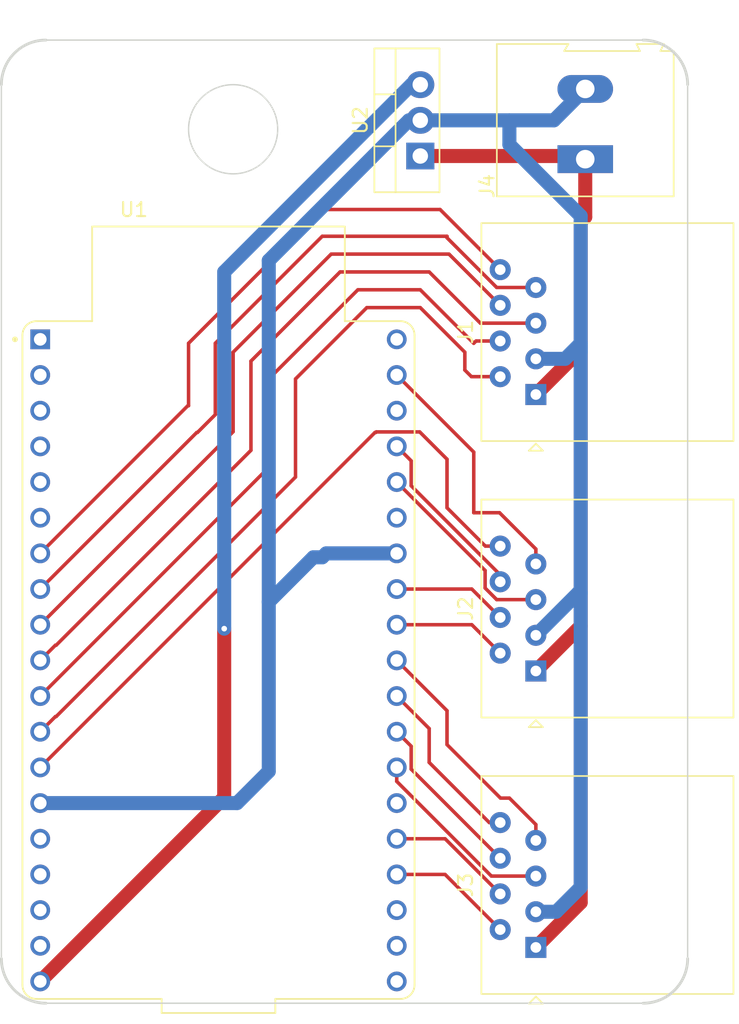
<source format=kicad_pcb>
(kicad_pcb (version 20221018) (generator pcbnew)
  (layers (0 "F.Cu" signal) (31 "B.Cu" signal) (34 "B.Paste" user) (35 "F.Paste" user) (36 "B.SilkS" user "B.Silkscreen") (37 "F.SilkS" user "F.Silkscreen") (38 "B.Mask" user) (39 "F.Mask" user) (44 "Edge.Cuts" user))
  (net 0 "")
  (net 1 "+9V")
  (net 2 "GND")
  (net 3 "/GPIO32")
  (net 4 "/GPIO33")
  (net 5 "/GPIO25")
  (net 6 "/GPIO26")
  (net 7 "/GPIO27")
  (net 8 "/GPIO14")
  (net 9 "/GPIO12")
  (net 10 "/GPIO23")
  (net 11 "/GPIO1")
  (net 12 "/GPIO3")
  (net 13 "/GPIO19")
  (net 14 "/GPIO18")
  (net 15 "/GPIO5")
  (net 16 "/GPIO17")
  (net 17 "/GPIO16")
  (net 18 "/GPIO4")
  (net 19 "/GPIO2")
  (net 20 "/GPIO15")
  (net 21 "+5V")
  (footprint "Connector_RJ:RJ45_Amphenol_54602-x08_Horizontal" (layer "F.Cu") (at 170.16 117.9475 90)
    (fp_text reference "J3" (at 4.445 -5 90) (layer "F.SilkS"))
    (fp_text value "8P8C")
    (fp_line (start -4 -0.5) (end -4 0.5) (stroke (width 0.12)) (layer "F.SilkS"))
    (fp_line (start -4 0.5) (end -3.5 0) (stroke (width 0.12)) (layer "F.SilkS"))
    (fp_line (start -3.5 0) (end -4 -0.5) (stroke (width 0.12)) (layer "F.SilkS"))
    (fp_line (start -3.315 -3.88) (end -3.315 14.08) (stroke (width 0.12)) (layer "F.SilkS"))
    (fp_line (start -3.315 14.08) (end 12.205 14.08) (stroke (width 0.12)) (layer "F.SilkS"))
    (fp_line (start 12.205 -3.88) (end -3.315 -3.88) (stroke (width 0.12)) (layer "F.SilkS"))
    (fp_line (start 12.205 -3.88) (end 12.205 14.08) (stroke (width 0.12)) (layer "F.SilkS"))
    (pad "" np_thru_hole circle (at -1.27 6.35 90) (size 3.2 3.2) (drill 3.2) (layers "*.Cu" "*.Mask"))
    (pad "" np_thru_hole circle (at 10.16 6.35 90) (size 3.2 3.2) (drill 3.2) (layers "*.Cu" "*.Mask"))
    (pad "1" thru_hole rect (at 0 0 90) (size 1.5 1.5) (drill 0.76) (layers "*.Cu" "*.Mask") (net 1 "+9V"))
    (pad "2" thru_hole circle (at 1.27 -2.54 90) (size 1.5 1.5) (drill 0.76) (layers "*.Cu" "*.Mask") (net 20 "/GPIO15"))
    (pad "3" thru_hole circle (at 2.54 0 90) (size 1.5 1.5) (drill 0.76) (layers "*.Cu" "*.Mask") (net 2 "GND"))
    (pad "4" thru_hole circle (at 3.81 -2.54 90) (size 1.5 1.5) (drill 0.76) (layers "*.Cu" "*.Mask") (net 19 "/GPIO2"))
    (pad "5" thru_hole circle (at 5.08 0 90) (size 1.5 1.5) (drill 0.76) (layers "*.Cu" "*.Mask") (net 18 "/GPIO4"))
    (pad "6" thru_hole circle (at 6.35 -2.54 90) (size 1.5 1.5) (drill 0.76) (layers "*.Cu" "*.Mask") (net 17 "/GPIO16"))
    (pad "7" thru_hole circle (at 7.62 0 90) (size 1.5 1.5) (drill 0.76) (layers "*.Cu" "*.Mask") (net 15 "/GPIO5"))
    (pad "8" thru_hole circle (at 8.89 -2.54 90) (size 1.5 1.5) (drill 0.76) (layers "*.Cu" "*.Mask") (net 16 "/GPIO17"))
  )
  (footprint "Connector_RJ:RJ45_Amphenol_54602-x08_Horizontal" (layer "F.Cu") (at 170.16 78.5775 90)
    (fp_text reference "J1" (at 4.445 -5 90) (layer "F.SilkS"))
    (fp_text value "8P8C")
    (fp_line (start -4 -0.5) (end -4 0.5) (stroke (width 0.12)) (layer "F.SilkS"))
    (fp_line (start -4 0.5) (end -3.5 0) (stroke (width 0.12)) (layer "F.SilkS"))
    (fp_line (start -3.5 0) (end -4 -0.5) (stroke (width 0.12)) (layer "F.SilkS"))
    (fp_line (start -3.315 -3.88) (end -3.315 14.08) (stroke (width 0.12)) (layer "F.SilkS"))
    (fp_line (start -3.315 14.08) (end 12.205 14.08) (stroke (width 0.12)) (layer "F.SilkS"))
    (fp_line (start 12.205 -3.88) (end -3.315 -3.88) (stroke (width 0.12)) (layer "F.SilkS"))
    (fp_line (start 12.205 -3.88) (end 12.205 14.08) (stroke (width 0.12)) (layer "F.SilkS"))
    (pad "" np_thru_hole circle (at -1.27 6.35 90) (size 3.2 3.2) (drill 3.2) (layers "*.Cu" "*.Mask"))
    (pad "" np_thru_hole circle (at 10.16 6.35 90) (size 3.2 3.2) (drill 3.2) (layers "*.Cu" "*.Mask"))
    (pad "1" thru_hole rect (at 0 0 90) (size 1.5 1.5) (drill 0.76) (layers "*.Cu" "*.Mask") (net 1 "+9V"))
    (pad "2" thru_hole circle (at 1.27 -2.54 90) (size 1.5 1.5) (drill 0.76) (layers "*.Cu" "*.Mask") (net 8 "/GPIO14"))
    (pad "3" thru_hole circle (at 2.54 0 90) (size 1.5 1.5) (drill 0.76) (layers "*.Cu" "*.Mask") (net 2 "GND"))
    (pad "4" thru_hole circle (at 3.81 -2.54 90) (size 1.5 1.5) (drill 0.76) (layers "*.Cu" "*.Mask") (net 7 "/GPIO27"))
    (pad "5" thru_hole circle (at 5.08 0 90) (size 1.5 1.5) (drill 0.76) (layers "*.Cu" "*.Mask") (net 6 "/GPIO26"))
    (pad "6" thru_hole circle (at 6.35 -2.54 90) (size 1.5 1.5) (drill 0.76) (layers "*.Cu" "*.Mask") (net 5 "/GPIO25"))
    (pad "7" thru_hole circle (at 7.62 0 90) (size 1.5 1.5) (drill 0.76) (layers "*.Cu" "*.Mask") (net 4 "/GPIO33"))
    (pad "8" thru_hole circle (at 8.89 -2.54 90) (size 1.5 1.5) (drill 0.76) (layers "*.Cu" "*.Mask") (net 3 "/GPIO32"))
  )
  (footprint "Connector_RJ:RJ45_Amphenol_54602-x08_Horizontal" (layer "F.Cu") (at 170.16 98.2625 90)
    (fp_text reference "J2" (at 4.445 -5 90) (layer "F.SilkS"))
    (fp_text value "RJ45")
    (fp_line (start -4 -0.5) (end -4 0.5) (stroke (width 0.12)) (layer "F.SilkS"))
    (fp_line (start -4 0.5) (end -3.5 0) (stroke (width 0.12)) (layer "F.SilkS"))
    (fp_line (start -3.5 0) (end -4 -0.5) (stroke (width 0.12)) (layer "F.SilkS"))
    (fp_line (start -3.315 -3.88) (end -3.315 14.08) (stroke (width 0.12)) (layer "F.SilkS"))
    (fp_line (start -3.315 14.08) (end 12.205 14.08) (stroke (width 0.12)) (layer "F.SilkS"))
    (fp_line (start 12.205 -3.88) (end -3.315 -3.88) (stroke (width 0.12)) (layer "F.SilkS"))
    (fp_line (start 12.205 -3.88) (end 12.205 14.08) (stroke (width 0.12)) (layer "F.SilkS"))
    (pad "" np_thru_hole circle (at -1.27 6.35 90) (size 3.2 3.2) (drill 3.2) (layers "*.Cu" "*.Mask"))
    (pad "" np_thru_hole circle (at 10.16 6.35 90) (size 3.2 3.2) (drill 3.2) (layers "*.Cu" "*.Mask"))
    (pad "1" thru_hole rect (at 0 0 90) (size 1.5 1.5) (drill 0.76) (layers "*.Cu" "*.Mask") (net 1 "+9V"))
    (pad "2" thru_hole circle (at 1.27 -2.54 90) (size 1.5 1.5) (drill 0.76) (layers "*.Cu" "*.Mask") (net 14 "/GPIO18"))
    (pad "3" thru_hole circle (at 2.54 0 90) (size 1.5 1.5) (drill 0.76) (layers "*.Cu" "*.Mask") (net 2 "GND"))
    (pad "4" thru_hole circle (at 3.81 -2.54 90) (size 1.5 1.5) (drill 0.76) (layers "*.Cu" "*.Mask") (net 13 "/GPIO19"))
    (pad "5" thru_hole circle (at 5.08 0 90) (size 1.5 1.5) (drill 0.76) (layers "*.Cu" "*.Mask") (net 12 "/GPIO3"))
    (pad "6" thru_hole circle (at 6.35 -2.54 90) (size 1.5 1.5) (drill 0.76) (layers "*.Cu" "*.Mask") (net 11 "/GPIO1"))
    (pad "7" thru_hole circle (at 7.62 0 90) (size 1.5 1.5) (drill 0.76) (layers "*.Cu" "*.Mask") (net 10 "/GPIO23"))
    (pad "8" thru_hole circle (at 8.89 -2.54 90) (size 1.5 1.5) (drill 0.76) (layers "*.Cu" "*.Mask") (net 9 "/GPIO12"))
  )
  (footprint "ESP32_DEVKITC_32E:MODULE_ESP32-DEVKITC-32E" (layer "F.Cu") (at 147.5475 97.485)
    (fp_text reference "U1" (at -6.0325 -32.0675) (layer "F.SilkS"))
    (fp_text value "ESP32-DEVKITC-32E")
    (fp_line (start -13.97 23.13) (end -13.97 -23.13) (stroke (width 0.127)) (layer "F.SilkS"))
    (fp_line (start -12.97 -24.13) (end -9 -24.13) (stroke (width 0.127)) (layer "F.SilkS"))
    (fp_line (start -12.97 24.13) (end -4.05 24.13) (stroke (width 0.127)) (layer "F.SilkS"))
    (fp_line (start -9 -30.87) (end 9 -30.87) (stroke (width 0.127)) (layer "F.SilkS"))
    (fp_line (start -9 -24.13) (end -9 -30.87) (stroke (width 0.127)) (layer "F.SilkS"))
    (fp_line (start -4.05 24.13) (end -4.05 25.13) (stroke (width 0.127)) (layer "F.SilkS"))
    (fp_line (start -4.05 25.13) (end 4.05 25.13) (stroke (width 0.127)) (layer "F.SilkS"))
    (fp_line (start 4.05 24.13) (end 12.97 24.13) (stroke (width 0.127)) (layer "F.SilkS"))
    (fp_line (start 4.05 25.13) (end 4.05 24.13) (stroke (width 0.127)) (layer "F.SilkS"))
    (fp_line (start 9 -30.87) (end 9 -24.13) (stroke (width 0.127)) (layer "F.SilkS"))
    (fp_line (start 9 -24.13) (end 12.97 -24.13) (stroke (width 0.127)) (layer "F.SilkS"))
    (fp_line (start 13.97 23.13) (end 13.97 -23.13) (stroke (width 0.127)) (layer "F.SilkS"))
    (fp_arc (start -13.97 -23.13) (mid -13.677107 -23.837107) (end -12.97 -24.13) (stroke (width 0.127)) (layer "F.SilkS"))
    (fp_arc (start -12.97 24.13) (mid -13.677107 23.837107) (end -13.97 23.13) (stroke (width 0.127)) (layer "F.SilkS"))
    (fp_arc (start 12.97 -24.13) (mid 13.677107 -23.837107) (end 13.97 -23.13) (stroke (width 0.127)) (layer "F.SilkS"))
    (fp_arc (start 13.97 23.13) (mid 13.677107 23.837107) (end 12.97 24.13) (stroke (width 0.127)) (layer "F.SilkS"))
    (fp_circle (center -14.5 -22.835) (end -14.4 -22.835) (stroke (width 0.2)) (fill none) (layer "F.SilkS"))
    (pad "J2_1" thru_hole rect (at -12.7 -22.835) (size 1.408 1.408) (drill 0.9) (layers "*.Cu" "*.Mask"))
    (pad "J2_2" thru_hole circle (at -12.7 -20.295) (size 1.408 1.408) (drill 0.9) (layers "*.Cu" "*.Mask"))
    (pad "J2_3" thru_hole circle (at -12.7 -17.755) (size 1.408 1.408) (drill 0.9) (layers "*.Cu" "*.Mask"))
    (pad "J2_4" thru_hole circle (at -12.7 -15.215) (size 1.408 1.408) (drill 0.9) (layers "*.Cu" "*.Mask"))
    (pad "J2_5" thru_hole circle (at -12.7 -12.675) (size 1.408 1.408) (drill 0.9) (layers "*.Cu" "*.Mask"))
    (pad "J2_6" thru_hole circle (at -12.7 -10.135) (size 1.408 1.408) (drill 0.9) (layers "*.Cu" "*.Mask"))
    (pad "J2_7" thru_hole circle (at -12.7 -7.595) (size 1.408 1.408) (drill 0.9) (layers "*.Cu" "*.Mask") (net 3 "/GPIO32"))
    (pad "J2_8" thru_hole circle (at -12.7 -5.055) (size 1.408 1.408) (drill 0.9) (layers "*.Cu" "*.Mask") (net 4 "/GPIO33"))
    (pad "J2_9" thru_hole circle (at -12.7 -2.515) (size 1.408 1.408) (drill 0.9) (layers "*.Cu" "*.Mask") (net 5 "/GPIO25"))
    (pad "J2_10" thru_hole circle (at -12.7 0.025) (size 1.408 1.408) (drill 0.9) (layers "*.Cu" "*.Mask") (net 6 "/GPIO26"))
    (pad "J2_11" thru_hole circle (at -12.7 2.565) (size 1.408 1.408) (drill 0.9) (layers "*.Cu" "*.Mask") (net 7 "/GPIO27"))
    (pad "J2_12" thru_hole circle (at -12.7 5.105) (size 1.408 1.408) (drill 0.9) (layers "*.Cu" "*.Mask") (net 8 "/GPIO14"))
    (pad "J2_13" thru_hole circle (at -12.7 7.645) (size 1.408 1.408) (drill 0.9) (layers "*.Cu" "*.Mask") (net 9 "/GPIO12"))
    (pad "J2_14" thru_hole circle (at -12.7 10.185) (size 1.408 1.408) (drill 0.9) (layers "*.Cu" "*.Mask") (net 2 "GND"))
    (pad "J2_15" thru_hole circle (at -12.7 12.725) (size 1.408 1.408) (drill 0.9) (layers "*.Cu" "*.Mask"))
    (pad "J2_16" thru_hole circle (at -12.7 15.265) (size 1.408 1.408) (drill 0.9) (layers "*.Cu" "*.Mask"))
    (pad "J2_17" thru_hole circle (at -12.7 17.805) (size 1.408 1.408) (drill 0.9) (layers "*.Cu" "*.Mask"))
    (pad "J2_18" thru_hole circle (at -12.7 20.345) (size 1.408 1.408) (drill 0.9) (layers "*.Cu" "*.Mask"))
    (pad "J2_19" thru_hole circle (at -12.7 22.885) (size 1.408 1.408) (drill 0.9) (layers "*.Cu" "*.Mask") (net 21 "+5V"))
    (pad "J3_1" thru_hole circle (at 12.7 -22.835) (size 1.408 1.408) (drill 0.9) (layers "*.Cu" "*.Mask"))
    (pad "J3_2" thru_hole circle (at 12.7 -20.295) (size 1.408 1.408) (drill 0.9) (layers "*.Cu" "*.Mask") (net 10 "/GPIO23"))
    (pad "J3_3" thru_hole circle (at 12.7 -17.755) (size 1.408 1.408) (drill 0.9) (layers "*.Cu" "*.Mask"))
    (pad "J3_4" thru_hole circle (at 12.7 -15.215) (size 1.408 1.408) (drill 0.9) (layers "*.Cu" "*.Mask") (net 11 "/GPIO1"))
    (pad "J3_5" thru_hole circle (at 12.7 -12.675) (size 1.408 1.408) (drill 0.9) (layers "*.Cu" "*.Mask") (net 12 "/GPIO3"))
    (pad "J3_6" thru_hole circle (at 12.7 -10.135) (size 1.408 1.408) (drill 0.9) (layers "*.Cu" "*.Mask"))
    (pad "J3_7" thru_hole circle (at 12.7 -7.595) (size 1.408 1.408) (drill 0.9) (layers "*.Cu" "*.Mask") (net 2 "GND"))
    (pad "J3_8" thru_hole circle (at 12.7 -5.055) (size 1.408 1.408) (drill 0.9) (layers "*.Cu" "*.Mask") (net 13 "/GPIO19"))
    (pad "J3_9" thru_hole circle (at 12.7 -2.515) (size 1.408 1.408) (drill 0.9) (layers "*.Cu" "*.Mask") (net 14 "/GPIO18"))
    (pad "J3_10" thru_hole circle (at 12.7 0.025) (size 1.408 1.408) (drill 0.9) (layers "*.Cu" "*.Mask") (net 15 "/GPIO5"))
    (pad "J3_11" thru_hole circle (at 12.7 2.565) (size 1.408 1.408) (drill 0.9) (layers "*.Cu" "*.Mask") (net 16 "/GPIO17"))
    (pad "J3_12" thru_hole circle (at 12.7 5.105) (size 1.408 1.408) (drill 0.9) (layers "*.Cu" "*.Mask") (net 17 "/GPIO16"))
    (pad "J3_13" thru_hole circle (at 12.7 7.645) (size 1.408 1.408) (drill 0.9) (layers "*.Cu" "*.Mask") (net 18 "/GPIO4"))
    (pad "J3_14" thru_hole circle (at 12.7 10.185) (size 1.408 1.408) (drill 0.9) (layers "*.Cu" "*.Mask"))
    (pad "J3_15" thru_hole circle (at 12.7 12.725) (size 1.408 1.408) (drill 0.9) (layers "*.Cu" "*.Mask") (net 19 "/GPIO2"))
    (pad "J3_16" thru_hole circle (at 12.7 15.265) (size 1.408 1.408) (drill 0.9) (layers "*.Cu" "*.Mask") (net 20 "/GPIO15"))
    (pad "J3_17" thru_hole circle (at 12.7 17.805) (size 1.408 1.408) (drill 0.9) (layers "*.Cu" "*.Mask"))
    (pad "J3_18" thru_hole circle (at 12.7 20.345) (size 1.408 1.408) (drill 0.9) (layers "*.Cu" "*.Mask"))
    (pad "J3_19" thru_hole circle (at 12.7 22.885) (size 1.408 1.408) (drill 0.9) (layers "*.Cu" "*.Mask"))
  )
  (footprint "Package_TO_SOT_THT:TO-220-3_Vertical" (layer "F.Cu") (at 161.925 61.595 90)
    (fp_text reference "U2" (at 2.54 -4.27 90) (layer "F.SilkS"))
    (fp_text value "LM7805_TO220")
    (fp_line (start -2.58 -3.27) (end -2.58 1.371) (stroke (width 0.12)) (layer "F.SilkS"))
    (fp_line (start -2.58 -3.27) (end 7.66 -3.27) (stroke (width 0.12)) (layer "F.SilkS"))
    (fp_line (start -2.58 -1.76) (end 7.66 -1.76) (stroke (width 0.12)) (layer "F.SilkS"))
    (fp_line (start -2.58 1.371) (end 7.66 1.371) (stroke (width 0.12)) (layer "F.SilkS"))
    (fp_line (start 0.69 -3.27) (end 0.69 -1.76) (stroke (width 0.12)) (layer "F.SilkS"))
    (fp_line (start 4.391 -3.27) (end 4.391 -1.76) (stroke (width 0.12)) (layer "F.SilkS"))
    (fp_line (start 7.66 -3.27) (end 7.66 1.371) (stroke (width 0.12)) (layer "F.SilkS"))
    (pad "1" thru_hole rect (at 0 0 90) (size 1.905 2) (drill 1.1) (layers "*.Cu" "*.Mask") (net 1 "+9V"))
    (pad "2" thru_hole oval (at 2.54 0 90) (size 1.905 2) (drill 1.1) (layers "*.Cu" "*.Mask") (net 2 "GND"))
    (pad "3" thru_hole oval (at 5.08 0 90) (size 1.905 2) (drill 1.1) (layers "*.Cu" "*.Mask") (net 21 "+5V"))
  )
  (footprint "TerminalBlock:TerminalBlock_Altech_AK300-2_P5.00mm" (layer "F.Cu") (at 173.68 61.82 90)
    (fp_text reference "J4" (at -1.92 -6.99 90) (layer "F.SilkS"))
    (fp_text value "Screw_Terminal_01x02")
    (fp_line (start -2.65 -6.3) (end -2.65 6.3) (stroke (width 0.12)) (layer "F.SilkS"))
    (fp_line (start -2.65 6.3) (end 7.7 6.3) (stroke (width 0.12)) (layer "F.SilkS"))
    (fp_line (start 7.7 -1.5) (end 8.2 -1.2) (stroke (width 0.12)) (layer "F.SilkS"))
    (fp_line (start 7.7 3.9) (end 7.7 -1.5) (stroke (width 0.12)) (layer "F.SilkS"))
    (fp_line (start 7.7 5.35) (end 8.2 5.6) (stroke (width 0.12)) (layer "F.SilkS"))
    (fp_line (start 7.7 6.3) (end 7.7 5.35) (stroke (width 0.12)) (layer "F.SilkS"))
    (fp_line (start 8.2 -6.3) (end -2.65 -6.3) (stroke (width 0.12)) (layer "F.SilkS"))
    (fp_line (start 8.2 -1.2) (end 8.2 -6.3) (stroke (width 0.12)) (layer "F.SilkS"))
    (fp_line (start 8.2 3.65) (end 7.7 3.9) (stroke (width 0.12)) (layer "F.SilkS"))
    (fp_line (start 8.2 3.7) (end 8.2 3.65) (stroke (width 0.12)) (layer "F.SilkS"))
    (fp_line (start 8.2 5.6) (end 8.2 3.7) (stroke (width 0.12)) (layer "F.SilkS"))
    (pad "1" thru_hole rect (at 0 0 90) (size 1.98 3.96) (drill 1.32) (layers "*.Cu" "*.Mask") (net 1 "+9V"))
    (pad "2" thru_hole oval (at 5 0 90) (size 1.98 3.96) (drill 1.32) (layers "*.Cu" "*.Mask") (net 2 "GND"))
  )
  (gr_line (start 177.8 121.92) (end 135.255 121.92) (stroke (width 0.1)) (layer "Edge.Cuts"))
  (gr_arc (start 132.08 56.515) (mid 133.009936 54.269936) (end 135.255 53.34) (stroke (width 0.2)) (layer "Edge.Cuts"))
  (gr_arc (start 135.255 121.92) (mid 133.009936 120.990064) (end 132.08 118.745) (stroke (width 0.2)) (layer "Edge.Cuts"))
  (gr_circle (center 148.59 59.69) (end 145.415 59.69) (stroke (width 0.1)) (fill none) (layer "Edge.Cuts"))
  (gr_arc (start 180.975 118.745) (mid 180.045064 120.990064) (end 177.8 121.92) (stroke (width 0.2)) (layer "Edge.Cuts"))
  (gr_line (start 132.08 118.745) (end 132.08 56.515) (stroke (width 0.1)) (layer "Edge.Cuts"))
  (gr_line (start 180.975 118.745) (end 180.975 56.515) (stroke (width 0.1)) (layer "Edge.Cuts"))
  (gr_line (start 177.8 53.34) (end 135.255 53.34) (stroke (width 0.1)) (layer "Edge.Cuts"))
  (gr_arc (start 177.8 53.34) (mid 180.045064 54.269936) (end 180.975 56.515) (stroke (width 0.2)) (layer "Edge.Cuts"))
  (segment (start 173.355 114.7525) (end 170.16 117.9475) (width 1) (layer "F.Cu") (net 1))
  (segment (start 173.355 95.0675) (end 173.355 114.7525) (width 1) (layer "F.Cu") (net 1))
  (segment (start 173.68 65.94) (end 173.68 61.82) (width 1) (layer "F.Cu") (net 1))
  (segment (start 173.355 66.265) (end 173.68 65.94) (width 1) (layer "F.Cu") (net 1))
  (segment (start 173.355 66.265) (end 173.355 75.3825) (width 1) (layer "F.Cu") (net 1))
  (segment (start 173.355 75.3825) (end 170.16 78.5775) (width 1) (layer "F.Cu") (net 1))
  (segment (start 173.355 95.0675) (end 170.16 98.2625) (width 1) (layer "F.Cu") (net 1))
  (segment (start 161.925 61.595) (end 173.455 61.595) (width 1) (layer "F.Cu") (net 1))
  (segment (start 173.455 61.595) (end 173.68 61.82) (width 1) (layer "F.Cu") (net 1))
  (segment (start 173.355 75.3825) (end 173.355 95.0675) (width 1) (layer "F.Cu") (net 1))
  (segment (start 171.6125 115.4075) (end 173.355 113.665) (width 1) (layer "B.Cu") (net 2))
  (segment (start 154.94 90.17) (end 155.22 89.89) (width 1) (layer "B.Cu") (net 2))
  (segment (start 173.1725 92.71) (end 170.16 95.7225) (width 1) (layer "B.Cu") (net 2))
  (segment (start 173.355 92.71) (end 173.355 75.565) (width 1) (layer "B.Cu") (net 2))
  (segment (start 154.305 90.17) (end 154.94 90.17) (width 1) (layer "B.Cu") (net 2))
  (segment (start 151.13 69.0375) (end 161.1125 59.055) (width 1) (layer "B.Cu") (net 2))
  (segment (start 151.13 105.41) (end 151.13 93.345) (width 1) (layer "B.Cu") (net 2))
  (segment (start 168.275 59.055) (end 171.445 59.055) (width 1) (layer "B.Cu") (net 2))
  (segment (start 151.13 93.345) (end 154.305 90.17) (width 1) (layer "B.Cu") (net 2))
  (segment (start 161.925 59.055) (end 168.275 59.055) (width 1) (layer "B.Cu") (net 2))
  (segment (start 161.1125 59.055) (end 161.925 59.055) (width 1) (layer "B.Cu") (net 2))
  (segment (start 172.2475 76.0375) (end 170.16 76.0375) (width 1) (layer "B.Cu") (net 2))
  (segment (start 168.275 60.785) (end 173.355 65.865) (width 1) (layer "B.Cu") (net 2))
  (segment (start 173.355 74.93) (end 172.2475 76.0375) (width 1) (layer "B.Cu") (net 2))
  (segment (start 151.13 93.345) (end 151.13 69.0375) (width 1) (layer "B.Cu") (net 2))
  (segment (start 170.16 115.4075) (end 171.6125 115.4075) (width 1) (layer "B.Cu") (net 2))
  (segment (start 173.355 92.71) (end 173.1725 92.71) (width 1) (layer "B.Cu") (net 2))
  (segment (start 173.355 113.665) (end 173.355 92.71) (width 1) (layer "B.Cu") (net 2))
  (segment (start 134.8475 107.67) (end 148.87 107.67) (width 1) (layer "B.Cu") (net 2))
  (segment (start 173.355 75.565) (end 173.355 74.93) (width 1) (layer "B.Cu") (net 2))
  (segment (start 148.87 107.67) (end 151.13 105.41) (width 1) (layer "B.Cu") (net 2))
  (segment (start 171.445 59.055) (end 173.68 56.82) (width 1) (layer "B.Cu") (net 2))
  (segment (start 155.22 89.89) (end 160.2475 89.89) (width 1) (layer "B.Cu") (net 2))
  (segment (start 173.355 65.865) (end 173.355 75.565) (width 1) (layer "B.Cu") (net 2))
  (segment (start 168.275 59.055) (end 168.275 60.785) (width 1) (layer "B.Cu") (net 2))
  (segment (start 163.3375 65.405) (end 167.62 69.6875) (width 0.25) (layer "F.Cu") (net 3))
  (segment (start 145.415 79.375) (end 145.415 74.93) (width 0.25) (layer "F.Cu") (net 3))
  (segment (start 145.415 74.93) (end 154.94 65.405) (width 0.25) (layer "F.Cu") (net 3))
  (segment (start 134.8475 89.89) (end 145.3625 79.375) (width 0.25) (layer "F.Cu") (net 3))
  (segment (start 145.3625 79.375) (end 145.415 79.375) (width 0.25) (layer "F.Cu") (net 3))
  (segment (start 154.94 65.405) (end 163.3375 65.405) (width 0.25) (layer "F.Cu") (net 3))
  (segment (start 134.8475 92.43) (end 145.9975 81.28) (width 0.25) (layer "F.Cu") (net 4))
  (segment (start 163.83 67.31) (end 163.83 67.41778) (width 0.25) (layer "F.Cu") (net 4))
  (segment (start 146.05 81.28) (end 147.32 80.01) (width 0.25) (layer "F.Cu") (net 4))
  (segment (start 163.83 67.41778) (end 167.36972 70.9575) (width 0.25) (layer "F.Cu") (net 4))
  (segment (start 145.9975 81.28) (end 146.05 81.28) (width 0.25) (layer "F.Cu") (net 4))
  (segment (start 147.32 74.93) (end 154.94 67.31) (width 0.25) (layer "F.Cu") (net 4))
  (segment (start 147.32 80.01) (end 147.32 74.93) (width 0.25) (layer "F.Cu") (net 4))
  (segment (start 167.36972 70.9575) (end 170.16 70.9575) (width 0.25) (layer "F.Cu") (net 4))
  (segment (start 154.94 67.31) (end 163.83 67.31) (width 0.25) (layer "F.Cu") (net 4))
  (segment (start 148.59 75.565) (end 155.575 68.58) (width 0.25) (layer "F.Cu") (net 5))
  (segment (start 155.575 68.58) (end 163.9725 68.58) (width 0.25) (layer "F.Cu") (net 5))
  (segment (start 163.9725 68.58) (end 167.62 72.2275) (width 0.25) (layer "F.Cu") (net 5))
  (segment (start 134.8475 94.97) (end 148.59 81.2275) (width 0.25) (layer "F.Cu") (net 5))
  (segment (start 148.59 81.2275) (end 148.59 75.565) (width 0.25) (layer "F.Cu") (net 5))
  (segment (start 156.21 69.85) (end 162.56 69.85) (width 0.25) (layer "F.Cu") (net 6))
  (segment (start 135.9815 96.4285) (end 149.86 82.55) (width 0.25) (layer "F.Cu") (net 6))
  (segment (start 166.2075 73.4975) (end 170.16 73.4975) (width 0.25) (layer "F.Cu") (net 6))
  (segment (start 135.929 96.4285) (end 135.9815 96.4285) (width 0.25) (layer "F.Cu") (net 6))
  (segment (start 162.56 69.85) (end 166.2075 73.4975) (width 0.25) (layer "F.Cu") (net 6))
  (segment (start 149.86 82.55) (end 149.86 76.2) (width 0.25) (layer "F.Cu") (net 6))
  (segment (start 134.8475 97.51) (end 135.929 96.4285) (width 0.25) (layer "F.Cu") (net 6))
  (segment (start 149.86 76.2) (end 156.21 69.85) (width 0.25) (layer "F.Cu") (net 6))
  (segment (start 157.48 71.12) (end 161.925 71.12) (width 0.25) (layer "F.Cu") (net 7))
  (segment (start 161.925 71.12) (end 165.735 74.93) (width 0.25) (layer "F.Cu") (net 7))
  (segment (start 151.13 83.82) (end 151.13 77.47) (width 0.25) (layer "F.Cu") (net 7))
  (segment (start 134.8475 100.05) (end 151.0775 83.82) (width 0.25) (layer "F.Cu") (net 7))
  (segment (start 165.735 74.93) (end 165.8975 74.7675) (width 0.25) (layer "F.Cu") (net 7))
  (segment (start 151.13 77.47) (end 157.48 71.12) (width 0.25) (layer "F.Cu") (net 7))
  (segment (start 165.8975 74.7675) (end 167.62 74.7675) (width 0.25) (layer "F.Cu") (net 7))
  (segment (start 151.0775 83.82) (end 151.13 83.82) (width 0.25) (layer "F.Cu") (net 7))
  (segment (start 135.929 101.5085) (end 135.9815 101.5085) (width 0.25) (layer "F.Cu") (net 8))
  (segment (start 134.8475 102.59) (end 135.929 101.5085) (width 0.25) (layer "F.Cu") (net 8))
  (segment (start 165.1 76.835) (end 165.5725 77.3075) (width 0.25) (layer "F.Cu") (net 8))
  (segment (start 161.925 72.39) (end 165.1 75.565) (width 0.25) (layer "F.Cu") (net 8))
  (segment (start 153.035 77.47) (end 158.115 72.39) (width 0.25) (layer "F.Cu") (net 8))
  (segment (start 135.9815 101.5085) (end 153.035 84.455) (width 0.25) (layer "F.Cu") (net 8))
  (segment (start 165.1 75.565) (end 165.1 76.835) (width 0.25) (layer "F.Cu") (net 8))
  (segment (start 158.115 72.39) (end 161.925 72.39) (width 0.25) (layer "F.Cu") (net 8))
  (segment (start 165.5725 77.3075) (end 167.62 77.3075) (width 0.25) (layer "F.Cu") (net 8))
  (segment (start 153.035 84.455) (end 153.035 77.47) (width 0.25) (layer "F.Cu") (net 8))
  (segment (start 158.75 81.28) (end 158.6975 81.28) (width 0.25) (layer "F.Cu") (net 9))
  (segment (start 158.789 81.241) (end 158.75 81.28) (width 0.25) (layer "F.Cu") (net 9))
  (segment (start 163.83 83.185) (end 161.886 81.241) (width 0.25) (layer "F.Cu") (net 9))
  (segment (start 167.62 89.3725) (end 166.55934 89.3725) (width 0.25) (layer "F.Cu") (net 9))
  (segment (start 163.83 86.64316) (end 163.83 83.185) (width 0.25) (layer "F.Cu") (net 9))
  (segment (start 161.886 81.241) (end 158.789 81.241) (width 0.25) (layer "F.Cu") (net 9))
  (segment (start 166.55934 89.3725) (end 163.83 86.64316) (width 0.25) (layer "F.Cu") (net 9))
  (segment (start 158.6975 81.28) (end 134.8475 105.13) (width 0.25) (layer "F.Cu") (net 9))
  (segment (start 170.16 89.58184) (end 170.16 90.6425) (width 0.25) (layer "F.Cu") (net 10))
  (segment (start 165.735 82.6775) (end 165.735 86.995) (width 0.25) (layer "F.Cu") (net 10))
  (segment (start 160.2475 77.19) (end 165.735 82.6775) (width 0.25) (layer "F.Cu") (net 10))
  (segment (start 165.735 86.995) (end 167.57316 86.995) (width 0.25) (layer "F.Cu") (net 10))
  (segment (start 167.57316 86.995) (end 170.16 89.58184) (width 0.25) (layer "F.Cu") (net 10))
  (segment (start 160.2475 82.27) (end 161.2765 83.299) (width 0.25) (layer "F.Cu") (net 11))
  (segment (start 161.2765 85.0765) (end 167.62 91.42) (width 0.25) (layer "F.Cu") (net 11))
  (segment (start 167.62 91.42) (end 167.62 91.9125) (width 0.25) (layer "F.Cu") (net 11))
  (segment (start 161.2765 83.299) (end 161.2765 85.0765) (width 0.25) (layer "F.Cu") (net 11))
  (segment (start 167.36972 93.1825) (end 170.16 93.1825) (width 0.25) (layer "F.Cu") (net 12))
  (segment (start 166.545 91.1075) (end 166.545 92.35778) (width 0.25) (layer "F.Cu") (net 12))
  (segment (start 160.2475 84.81) (end 166.545 91.1075) (width 0.25) (layer "F.Cu") (net 12))
  (segment (start 166.545 92.35778) (end 167.36972 93.1825) (width 0.25) (layer "F.Cu") (net 12))
  (segment (start 160.2475 92.43) (end 165.5975 92.43) (width 0.25) (layer "F.Cu") (net 13))
  (segment (start 165.5975 92.43) (end 167.62 94.4525) (width 0.25) (layer "F.Cu") (net 13))
  (segment (start 160.2475 94.97) (end 165.5975 94.97) (width 0.25) (layer "F.Cu") (net 14))
  (segment (start 165.5975 94.97) (end 167.62 96.9925) (width 0.25) (layer "F.Cu") (net 14))
  (segment (start 170.16 109.2) (end 170.16 110.3275) (width 0.25) (layer "F.Cu") (net 15))
  (segment (start 163.83 103.505) (end 167.64 107.315) (width 0.25) (layer "F.Cu") (net 15))
  (segment (start 167.64 107.315) (end 168.275 107.315) (width 0.25) (layer "F.Cu") (net 15))
  (segment (start 168.275 107.315) (end 170.16 109.2) (width 0.25) (layer "F.Cu") (net 15))
  (segment (start 163.83 101.0925) (end 163.83 103.505) (width 0.25) (layer "F.Cu") (net 15))
  (segment (start 160.2475 97.51) (end 163.83 101.0925) (width 0.25) (layer "F.Cu") (net 15))
  (segment (start 166.8425 109.0575) (end 162.56 104.775) (width 0.25) (layer "F.Cu") (net 16))
  (segment (start 162.56 104.775) (end 162.56 102.3625) (width 0.25) (layer "F.Cu") (net 16))
  (segment (start 167.62 109.0575) (end 166.8425 109.0575) (width 0.25) (layer "F.Cu") (net 16))
  (segment (start 162.56 102.3625) (end 160.2475 100.05) (width 0.25) (layer "F.Cu") (net 16))
  (segment (start 160.2475 102.59) (end 161.2765 103.619) (width 0.25) (layer "F.Cu") (net 17))
  (segment (start 161.2765 103.619) (end 161.2765 105.254) (width 0.25) (layer "F.Cu") (net 17))
  (segment (start 161.2765 105.254) (end 167.62 111.5975) (width 0.25) (layer "F.Cu") (net 17))
  (segment (start 160.2475 106.125606) (end 166.989394 112.8675) (width 0.25) (layer "F.Cu") (net 18))
  (segment (start 160.2475 105.13) (end 160.2475 106.125606) (width 0.25) (layer "F.Cu") (net 18))
  (segment (start 166.989394 112.8675) (end 170.16 112.8675) (width 0.25) (layer "F.Cu") (net 18))
  (segment (start 163.6925 110.21) (end 167.62 114.1375) (width 0.25) (layer "F.Cu") (net 19))
  (segment (start 160.2475 110.21) (end 163.6925 110.21) (width 0.25) (layer "F.Cu") (net 19))
  (segment (start 160.2475 112.75) (end 163.6925 112.75) (width 0.25) (layer "F.Cu") (net 20))
  (segment (start 163.6925 112.75) (end 167.62 116.6775) (width 0.25) (layer "F.Cu") (net 20))
  (segment (start 134.8475 120.37) (end 147.955 107.2625) (width 1) (layer "F.Cu") (net 21))
  (segment (start 147.955 107.2625) (end 147.955 95.25) (width 1) (layer "F.Cu") (net 21))
  (via (at 147.955 95.25) (size 0.8) (drill 0.4) (layers "F.Cu" "B.Cu") (net 21))
  (segment (start 147.955 95.25) (end 147.955 69.85) (width 1) (layer "B.Cu") (net 21))
  (segment (start 147.955 69.85) (end 161.29 56.515) (width 1) (layer "B.Cu") (net 21))
  (segment (start 161.29 56.515) (end 161.925 56.515) (width 1) (layer "B.Cu") (net 21))
)
</source>
